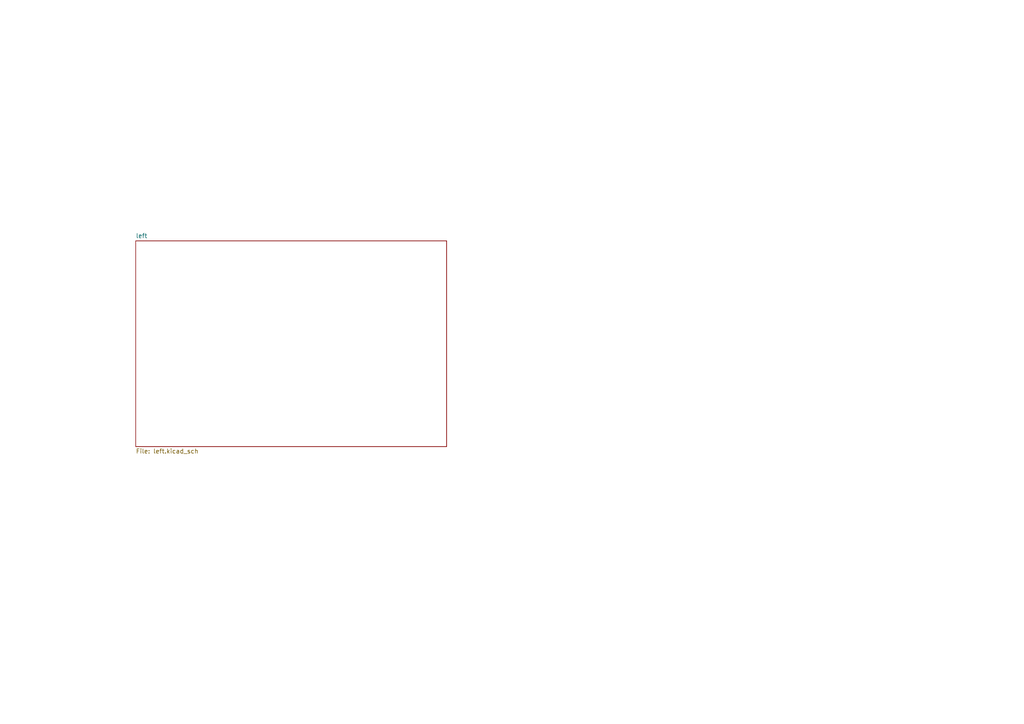
<source format=kicad_sch>
(kicad_sch
	(version 20250114)
	(generator "eeschema")
	(generator_version "9.0")
	(uuid "a9853157-d0b6-4bec-b0cb-02a0a3048080")
	(paper "A4")
	(lib_symbols)
	(sheet
		(at 39.37 69.85)
		(size 90.17 59.69)
		(exclude_from_sim no)
		(in_bom yes)
		(on_board yes)
		(dnp no)
		(fields_autoplaced yes)
		(stroke
			(width 0.1524)
			(type solid)
		)
		(fill
			(color 0 0 0 0.0000)
		)
		(uuid "2c7f992a-a05c-49b3-a9d2-d42db999216e")
		(property "Sheetname" "left"
			(at 39.37 69.1384 0)
			(effects
				(font
					(size 1.27 1.27)
				)
				(justify left bottom)
			)
		)
		(property "Sheetfile" "left.kicad_sch"
			(at 39.37 130.1246 0)
			(effects
				(font
					(size 1.27 1.27)
				)
				(justify left top)
			)
		)
		(instances
			(project "takemo"
				(path "/a9853157-d0b6-4bec-b0cb-02a0a3048080"
					(page "2")
				)
			)
		)
	)
	(sheet_instances
		(path "/"
			(page "1")
		)
	)
	(embedded_fonts no)
)

</source>
